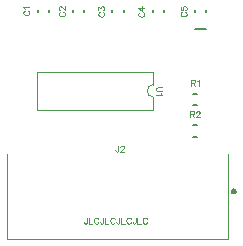
<source format=gbr>
G04 DipTrace 4.1.3.1*
G04 TopSilk.gbr*
%MOIN*%
G04 #@! TF.FileFunction,Legend,Top*
G04 #@! TF.Part,Single*
%ADD10C,0.004724*%
%ADD14C,0.005906*%
%ADD31C,0.003088*%
%FSLAX26Y26*%
G04*
G70*
G90*
G75*
G01*
G04 TopSilk*
%LPD*%
X882135Y952701D2*
D10*
X496348D1*
X882135Y824465D2*
X496348D1*
Y952701D2*
Y824465D1*
X882135Y952701D2*
Y909315D1*
Y867850D2*
Y824465D1*
Y909315D2*
G03X882135Y867850I1086J-20732D01*
G01*
X497556Y1150709D2*
D14*
Y1157795D1*
X535352Y1150709D2*
Y1157795D1*
X615551Y1150551D2*
Y1157638D1*
X653346Y1150551D2*
Y1157638D1*
X746801Y1150118D2*
Y1157205D1*
X784596Y1150118D2*
Y1157205D1*
X880798Y1150118D2*
Y1157205D1*
X918593Y1150118D2*
Y1157205D1*
X1021181Y1150354D2*
Y1157441D1*
X1058976Y1150354D2*
Y1157441D1*
X1021969Y1094449D2*
X1058189D1*
X1014312Y878203D2*
X1030060D1*
X1014312Y840408D2*
X1030060D1*
X1014312Y773795D2*
X1030060D1*
X1014312Y736000D2*
X1030060D1*
X393661Y677136D2*
D10*
Y393672D1*
X1131850D1*
Y677136D1*
G36*
X1141102Y553661D2*
X1141187Y554946D1*
X1141438Y556209D1*
X1141852Y557428D1*
X1142421Y558583D1*
X1143136Y559653D1*
X1143985Y560621D1*
X1144953Y561470D1*
X1146024Y562185D1*
X1147178Y562755D1*
X1148397Y563169D1*
X1149660Y563420D1*
X1150945Y563504D1*
X1152230Y563420D1*
X1153492Y563169D1*
X1154711Y562755D1*
X1155866Y562185D1*
X1156937Y561470D1*
X1157905Y560621D1*
X1158753Y559653D1*
X1159469Y558583D1*
X1160038Y557428D1*
X1160452Y556209D1*
X1160703Y554946D1*
X1160787Y553661D1*
D1*
X1160703Y552377D1*
X1160452Y551114D1*
X1160038Y549895D1*
X1159469Y548740D1*
X1158753Y547670D1*
X1157905Y546702D1*
X1156937Y545853D1*
X1155866Y545138D1*
X1154711Y544568D1*
X1153492Y544154D1*
X1152230Y543903D1*
X1150945Y543819D1*
X1149660Y543903D1*
X1148397Y544154D1*
X1147178Y544568D1*
X1146024Y545138D1*
X1144953Y545853D1*
X1143985Y546702D1*
X1143136Y547670D1*
X1142421Y548740D1*
X1141852Y549895D1*
X1141438Y551114D1*
X1141187Y552377D1*
X1141102Y553661D1*
D1*
G37*
X661912Y466559D2*
D31*
Y451260D1*
X660961Y448386D1*
X659989Y447436D1*
X658087Y446463D1*
X656164D1*
X654263Y447436D1*
X653312Y448386D1*
X652339Y451260D1*
Y453162D1*
X668088Y466559D2*
Y446463D1*
X679562D1*
X700085Y461784D2*
X699135Y463685D1*
X697211Y465608D1*
X695310Y466559D1*
X691485D1*
X689562Y465608D1*
X687661Y463685D1*
X686688Y461784D1*
X685737Y458910D1*
Y454112D1*
X686688Y451260D1*
X687661Y449337D1*
X689562Y447436D1*
X691485Y446463D1*
X695310D1*
X697211Y447436D1*
X699135Y449337D1*
X700085Y451260D1*
X715834Y466559D2*
Y451260D1*
X714883Y448386D1*
X713910Y447436D1*
X712009Y446463D1*
X710086D1*
X708184Y447436D1*
X707234Y448386D1*
X706261Y451260D1*
Y453162D1*
X722009Y466559D2*
Y446463D1*
X733483D1*
X754007Y461784D2*
X753056Y463685D1*
X751133Y465608D1*
X749232Y466559D1*
X745407D1*
X743484Y465608D1*
X741582Y463685D1*
X740610Y461784D1*
X739659Y458910D1*
Y454112D1*
X740610Y451260D1*
X741582Y449337D1*
X743484Y447436D1*
X745407Y446463D1*
X749232D1*
X751133Y447436D1*
X753056Y449337D1*
X754007Y451260D1*
X769755Y466559D2*
Y451260D1*
X768805Y448386D1*
X767832Y447436D1*
X765931Y446463D1*
X764007D1*
X762106Y447436D1*
X761155Y448386D1*
X760183Y451260D1*
Y453162D1*
X775931Y466559D2*
Y446463D1*
X787405D1*
X807929Y461784D2*
X806978Y463685D1*
X805055Y465608D1*
X803153Y466559D1*
X799329D1*
X797405Y465608D1*
X795504Y463685D1*
X794531Y461784D1*
X793581Y458910D1*
Y454112D1*
X794531Y451260D1*
X795504Y449337D1*
X797405Y447436D1*
X799329Y446463D1*
X803153D1*
X805055Y447436D1*
X806978Y449337D1*
X807929Y451260D1*
X823677Y466559D2*
Y451260D1*
X822726Y448386D1*
X821754Y447436D1*
X819852Y446463D1*
X817929D1*
X816028Y447436D1*
X815077Y448386D1*
X814104Y451260D1*
Y453162D1*
X829853Y466559D2*
Y446463D1*
X841327D1*
X861850Y461784D2*
X860900Y463685D1*
X858976Y465608D1*
X857075Y466559D1*
X853250D1*
X851327Y465608D1*
X849426Y463685D1*
X848453Y461784D1*
X847502Y458910D1*
Y454112D1*
X848453Y451260D1*
X849426Y449337D1*
X851327Y447436D1*
X853250Y446463D1*
X857075D1*
X858976Y447436D1*
X860900Y449337D1*
X861850Y451260D1*
X911424Y900768D2*
X897076D1*
X894202Y899817D1*
X892301Y897894D1*
X891328Y895020D1*
Y893119D1*
X892301Y890245D1*
X894202Y888321D1*
X897076Y887371D1*
X911424D1*
X907578Y881195D2*
X908550Y879271D1*
X911402Y876397D1*
X891328D1*
X454932Y1155939D2*
X453031Y1154989D1*
X451108Y1153065D1*
X450157Y1151164D1*
Y1147339D1*
X451108Y1145416D1*
X453031Y1143515D1*
X454932Y1142542D1*
X457806Y1141591D1*
X462604D1*
X465456Y1142542D1*
X467379Y1143515D1*
X469280Y1145416D1*
X470253Y1147339D1*
Y1151164D1*
X469280Y1153065D1*
X467379Y1154989D1*
X465456Y1155939D1*
X454004Y1162115D2*
X453031Y1164038D1*
X450179Y1166913D1*
X470253D1*
X572927Y1151482D2*
X571026Y1150531D1*
X569102Y1148608D1*
X568152Y1146707D1*
Y1142882D1*
X569102Y1140959D1*
X571026Y1139057D1*
X572927Y1138085D1*
X575801Y1137134D1*
X580598D1*
X583450Y1138085D1*
X585374Y1139057D1*
X587275Y1140959D1*
X588248Y1142882D1*
Y1146707D1*
X587275Y1148608D1*
X585374Y1150531D1*
X583450Y1151482D1*
X572949Y1158630D2*
X571998D1*
X570075Y1159581D1*
X569124Y1160532D1*
X568174Y1162455D1*
Y1166280D1*
X569124Y1168181D1*
X570075Y1169132D1*
X571998Y1170104D1*
X573900D1*
X575823Y1169132D1*
X578675Y1167230D1*
X588248Y1157658D1*
Y1171055D1*
X704176Y1151049D2*
X702275Y1150098D1*
X700352Y1148175D1*
X699401Y1146274D1*
Y1142449D1*
X700352Y1140526D1*
X702275Y1138624D1*
X704176Y1137652D1*
X707050Y1136701D1*
X711848D1*
X714700Y1137652D1*
X716623Y1138624D1*
X718524Y1140526D1*
X719497Y1142449D1*
Y1146274D1*
X718524Y1148175D1*
X716623Y1150098D1*
X714700Y1151049D1*
X699423Y1159148D2*
Y1169649D1*
X707072Y1163923D1*
Y1166797D1*
X708023Y1168699D1*
X708974Y1169649D1*
X711848Y1170622D1*
X713749D1*
X716623Y1169649D1*
X718546Y1167748D1*
X719497Y1164874D1*
Y1162000D1*
X718546Y1159148D1*
X717574Y1158197D1*
X715672Y1157225D1*
X838174Y1150574D2*
X836272Y1149623D1*
X834349Y1147700D1*
X833398Y1145798D1*
Y1141974D1*
X834349Y1140050D1*
X836272Y1138149D1*
X838174Y1137176D1*
X841048Y1136226D1*
X845845D1*
X848697Y1137176D1*
X850620Y1138149D1*
X852522Y1140050D1*
X853494Y1141974D1*
Y1145798D1*
X852522Y1147700D1*
X850620Y1149623D1*
X848697Y1150574D1*
X853494Y1166322D2*
X833421D1*
X846796Y1156749D1*
Y1171097D1*
X978557Y1151285D2*
X976656Y1150334D1*
X974732Y1148411D1*
X973782Y1146510D1*
Y1142685D1*
X974732Y1140762D1*
X976656Y1138861D1*
X978557Y1137888D1*
X981431Y1136937D1*
X986228D1*
X989080Y1137888D1*
X991004Y1138861D1*
X992905Y1140762D1*
X993878Y1142685D1*
Y1146510D1*
X992905Y1148411D1*
X991004Y1150334D1*
X989080Y1151285D1*
X973804Y1168935D2*
Y1159384D1*
X982404Y1158434D1*
X981453Y1159384D1*
X980480Y1162258D1*
Y1165110D1*
X981453Y1167984D1*
X983354Y1169908D1*
X986228Y1170858D1*
X988130D1*
X991004Y1169908D1*
X992927Y1167984D1*
X993878Y1165110D1*
Y1162258D1*
X992927Y1159384D1*
X991954Y1158434D1*
X990053Y1157461D1*
X1010001Y916030D2*
X1018601D1*
X1021475Y917003D1*
X1022448Y917954D1*
X1023398Y919855D1*
Y921778D1*
X1022448Y923679D1*
X1021475Y924652D1*
X1018601Y925603D1*
X1010001D1*
Y905507D1*
X1016700Y916030D2*
X1023398Y905507D1*
X1029574Y921756D2*
X1031498Y922729D1*
X1034372Y925581D1*
Y905507D1*
X1005701Y811622D2*
X1014301D1*
X1017175Y812595D1*
X1018148Y813545D1*
X1019099Y815447D1*
Y817370D1*
X1018148Y819271D1*
X1017175Y820244D1*
X1014301Y821195D1*
X1005701D1*
Y801099D1*
X1012400Y811622D2*
X1019099Y801099D1*
X1026247Y816397D2*
Y817348D1*
X1027198Y819271D1*
X1028148Y820222D1*
X1030072Y821173D1*
X1033896D1*
X1035798Y820222D1*
X1036748Y819271D1*
X1037721Y817348D1*
Y815447D1*
X1036748Y813523D1*
X1034847Y810671D1*
X1025274Y801099D1*
X1038672D1*
X766220Y706426D2*
Y691127D1*
X765270Y688253D1*
X764297Y687302D1*
X762396Y686330D1*
X760472D1*
X758571Y687302D1*
X757620Y688253D1*
X756648Y691127D1*
Y693028D1*
X773369Y701628D2*
Y702579D1*
X774319Y704502D1*
X775270Y705453D1*
X777193Y706404D1*
X781018D1*
X782919Y705453D1*
X783870Y704502D1*
X784843Y702579D1*
Y700678D1*
X783870Y698754D1*
X781969Y695902D1*
X772396Y686330D1*
X785793D1*
M02*

</source>
